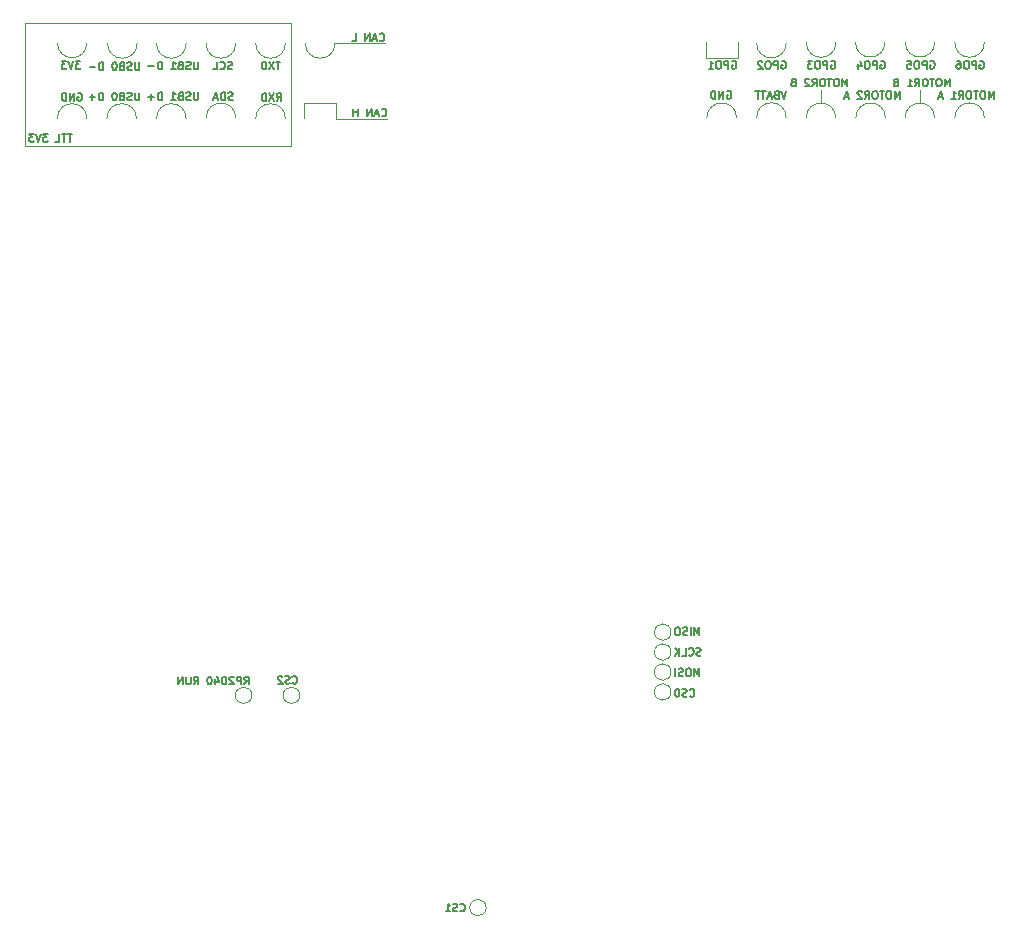
<source format=gbr>
%TF.GenerationSoftware,KiCad,Pcbnew,(6.0.2)*%
%TF.CreationDate,2022-05-10T14:48:36-06:00*%
%TF.ProjectId,CONEPROJ,434f4e45-5052-44f4-9a2e-6b696361645f,rev?*%
%TF.SameCoordinates,Original*%
%TF.FileFunction,Legend,Bot*%
%TF.FilePolarity,Positive*%
%FSLAX46Y46*%
G04 Gerber Fmt 4.6, Leading zero omitted, Abs format (unit mm)*
G04 Created by KiCad (PCBNEW (6.0.2)) date 2022-05-10 14:48:36*
%MOMM*%
%LPD*%
G01*
G04 APERTURE LIST*
%ADD10C,0.120000*%
%ADD11C,0.150000*%
%ADD12C,0.990600*%
%ADD13O,1.000000X1.000000*%
%ADD14R,1.000000X1.000000*%
%ADD15R,2.056000X2.056000*%
%ADD16C,2.056000*%
%ADD17C,5.600000*%
%ADD18R,1.700000X1.700000*%
%ADD19O,1.700000X1.700000*%
%ADD20C,1.000000*%
G04 APERTURE END LIST*
D10*
X92400000Y-50150000D02*
X92410000Y-49060000D01*
X85380000Y-44950000D02*
X85380000Y-46300000D01*
X102030000Y-51400000D02*
G75*
G03*
X99530000Y-51400000I-1250000J0D01*
G01*
X47050000Y-51450000D02*
G75*
G03*
X44550000Y-51450000I-1250000J0D01*
G01*
X42850000Y-51400000D02*
G75*
G03*
X40350000Y-51400000I-1250000J0D01*
G01*
X48750000Y-45100000D02*
G75*
G03*
X51250000Y-45100000I1250000J0D01*
G01*
X86960000Y-45070000D02*
G75*
G03*
X89460000Y-45070000I1250000J0D01*
G01*
X47520000Y-43370000D02*
X25010000Y-43370000D01*
X25010000Y-43370000D02*
X25010000Y-53750000D01*
X25010000Y-53750000D02*
X47520000Y-53750000D01*
X47520000Y-53750000D02*
X47520000Y-43370000D01*
X97860000Y-51400000D02*
G75*
G03*
X95360000Y-51400000I-1250000J0D01*
G01*
X89460000Y-51370000D02*
G75*
G03*
X86960000Y-51370000I-1250000J0D01*
G01*
X100800000Y-50150000D02*
X100800000Y-49050000D01*
X27750000Y-45050000D02*
G75*
G03*
X30250000Y-45050000I1250000J0D01*
G01*
X34450000Y-51450000D02*
G75*
G03*
X31950000Y-51450000I-1250000J0D01*
G01*
X51350000Y-51460000D02*
X55620000Y-51460000D01*
X51350000Y-50100000D02*
X51350000Y-51450000D01*
X44550000Y-45100000D02*
G75*
G03*
X47050000Y-45100000I1250000J0D01*
G01*
X48600000Y-51450000D02*
X48600000Y-50100000D01*
X38650000Y-51450000D02*
G75*
G03*
X36150000Y-51450000I-1250000J0D01*
G01*
X99540000Y-45000000D02*
G75*
G03*
X102040000Y-45000000I1250000J0D01*
G01*
X106240000Y-51390000D02*
G75*
G03*
X103740000Y-51390000I-1250000J0D01*
G01*
X93650000Y-51400000D02*
G75*
G03*
X91150000Y-51400000I-1250000J0D01*
G01*
X95320000Y-45000000D02*
G75*
G03*
X97820000Y-45000000I1250000J0D01*
G01*
X48600000Y-50100000D02*
X51350000Y-50100000D01*
X40350000Y-45100000D02*
G75*
G03*
X42850000Y-45100000I1250000J0D01*
G01*
X36150000Y-45100000D02*
G75*
G03*
X38650000Y-45100000I1250000J0D01*
G01*
X30250000Y-51450000D02*
G75*
G03*
X27750000Y-51450000I-1250000J0D01*
G01*
X103740000Y-45020000D02*
G75*
G03*
X106240000Y-45020000I1250000J0D01*
G01*
X32000000Y-45100000D02*
G75*
G03*
X34500000Y-45100000I1250000J0D01*
G01*
X82630000Y-46300000D02*
X82630000Y-44950000D01*
X91160000Y-45020000D02*
G75*
G03*
X93660000Y-45020000I1250000J0D01*
G01*
X85380000Y-46300000D02*
X82630000Y-46300000D01*
X51250000Y-45100000D02*
X55520000Y-45100000D01*
X85250000Y-51390000D02*
G75*
G03*
X82750000Y-51390000I-1250000J0D01*
G01*
D11*
X84864761Y-46625000D02*
X84926666Y-46594047D01*
X85019523Y-46594047D01*
X85112380Y-46625000D01*
X85174285Y-46686904D01*
X85205238Y-46748809D01*
X85236190Y-46872619D01*
X85236190Y-46965476D01*
X85205238Y-47089285D01*
X85174285Y-47151190D01*
X85112380Y-47213095D01*
X85019523Y-47244047D01*
X84957619Y-47244047D01*
X84864761Y-47213095D01*
X84833809Y-47182142D01*
X84833809Y-46965476D01*
X84957619Y-46965476D01*
X84555238Y-47244047D02*
X84555238Y-46594047D01*
X84307619Y-46594047D01*
X84245714Y-46625000D01*
X84214761Y-46655952D01*
X84183809Y-46717857D01*
X84183809Y-46810714D01*
X84214761Y-46872619D01*
X84245714Y-46903571D01*
X84307619Y-46934523D01*
X84555238Y-46934523D01*
X83781428Y-46594047D02*
X83657619Y-46594047D01*
X83595714Y-46625000D01*
X83533809Y-46686904D01*
X83502857Y-46810714D01*
X83502857Y-47027380D01*
X83533809Y-47151190D01*
X83595714Y-47213095D01*
X83657619Y-47244047D01*
X83781428Y-47244047D01*
X83843333Y-47213095D01*
X83905238Y-47151190D01*
X83936190Y-47027380D01*
X83936190Y-46810714D01*
X83905238Y-46686904D01*
X83843333Y-46625000D01*
X83781428Y-46594047D01*
X82883809Y-47244047D02*
X83255238Y-47244047D01*
X83069523Y-47244047D02*
X83069523Y-46594047D01*
X83131428Y-46686904D01*
X83193333Y-46748809D01*
X83255238Y-46779761D01*
X34688689Y-46694047D02*
X34688689Y-47220238D01*
X34657737Y-47282142D01*
X34626785Y-47313095D01*
X34564880Y-47344047D01*
X34441070Y-47344047D01*
X34379166Y-47313095D01*
X34348213Y-47282142D01*
X34317261Y-47220238D01*
X34317261Y-46694047D01*
X34038689Y-47313095D02*
X33945832Y-47344047D01*
X33791070Y-47344047D01*
X33729166Y-47313095D01*
X33698213Y-47282142D01*
X33667261Y-47220238D01*
X33667261Y-47158333D01*
X33698213Y-47096428D01*
X33729166Y-47065476D01*
X33791070Y-47034523D01*
X33914880Y-47003571D01*
X33976785Y-46972619D01*
X34007737Y-46941666D01*
X34038689Y-46879761D01*
X34038689Y-46817857D01*
X34007737Y-46755952D01*
X33976785Y-46725000D01*
X33914880Y-46694047D01*
X33760118Y-46694047D01*
X33667261Y-46725000D01*
X33172023Y-47003571D02*
X33079166Y-47034523D01*
X33048213Y-47065476D01*
X33017261Y-47127380D01*
X33017261Y-47220238D01*
X33048213Y-47282142D01*
X33079166Y-47313095D01*
X33141070Y-47344047D01*
X33388689Y-47344047D01*
X33388689Y-46694047D01*
X33172023Y-46694047D01*
X33110118Y-46725000D01*
X33079166Y-46755952D01*
X33048213Y-46817857D01*
X33048213Y-46879761D01*
X33079166Y-46941666D01*
X33110118Y-46972619D01*
X33172023Y-47003571D01*
X33388689Y-47003571D01*
X32614880Y-46694047D02*
X32552975Y-46694047D01*
X32491070Y-46725000D01*
X32460118Y-46755952D01*
X32429166Y-46817857D01*
X32398213Y-46941666D01*
X32398213Y-47096428D01*
X32429166Y-47220238D01*
X32460118Y-47282142D01*
X32491070Y-47313095D01*
X32552975Y-47344047D01*
X32614880Y-47344047D01*
X32676785Y-47313095D01*
X32707737Y-47282142D01*
X32738689Y-47220238D01*
X32769642Y-47096428D01*
X32769642Y-46941666D01*
X32738689Y-46817857D01*
X32707737Y-46755952D01*
X32676785Y-46725000D01*
X32614880Y-46694047D01*
X31624404Y-47344047D02*
X31624404Y-46694047D01*
X31469642Y-46694047D01*
X31376785Y-46725000D01*
X31314880Y-46786904D01*
X31283928Y-46848809D01*
X31252975Y-46972619D01*
X31252975Y-47065476D01*
X31283928Y-47189285D01*
X31314880Y-47251190D01*
X31376785Y-47313095D01*
X31469642Y-47344047D01*
X31624404Y-47344047D01*
X30974404Y-47096428D02*
X30479166Y-47096428D01*
X61877857Y-118512142D02*
X61908809Y-118543095D01*
X62001666Y-118574047D01*
X62063571Y-118574047D01*
X62156428Y-118543095D01*
X62218333Y-118481190D01*
X62249285Y-118419285D01*
X62280238Y-118295476D01*
X62280238Y-118202619D01*
X62249285Y-118078809D01*
X62218333Y-118016904D01*
X62156428Y-117955000D01*
X62063571Y-117924047D01*
X62001666Y-117924047D01*
X61908809Y-117955000D01*
X61877857Y-117985952D01*
X61630238Y-118543095D02*
X61537380Y-118574047D01*
X61382619Y-118574047D01*
X61320714Y-118543095D01*
X61289761Y-118512142D01*
X61258809Y-118450238D01*
X61258809Y-118388333D01*
X61289761Y-118326428D01*
X61320714Y-118295476D01*
X61382619Y-118264523D01*
X61506428Y-118233571D01*
X61568333Y-118202619D01*
X61599285Y-118171666D01*
X61630238Y-118109761D01*
X61630238Y-118047857D01*
X61599285Y-117985952D01*
X61568333Y-117955000D01*
X61506428Y-117924047D01*
X61351666Y-117924047D01*
X61258809Y-117955000D01*
X60639761Y-118574047D02*
X61011190Y-118574047D01*
X60825476Y-118574047D02*
X60825476Y-117924047D01*
X60887380Y-118016904D01*
X60949285Y-118078809D01*
X61011190Y-118109761D01*
X82235238Y-96893095D02*
X82142381Y-96924047D01*
X81987619Y-96924047D01*
X81925714Y-96893095D01*
X81894762Y-96862142D01*
X81863809Y-96800238D01*
X81863809Y-96738333D01*
X81894762Y-96676428D01*
X81925714Y-96645476D01*
X81987619Y-96614523D01*
X82111429Y-96583571D01*
X82173333Y-96552619D01*
X82204286Y-96521666D01*
X82235238Y-96459761D01*
X82235238Y-96397857D01*
X82204286Y-96335952D01*
X82173333Y-96305000D01*
X82111429Y-96274047D01*
X81956667Y-96274047D01*
X81863809Y-96305000D01*
X81213809Y-96862142D02*
X81244762Y-96893095D01*
X81337619Y-96924047D01*
X81399524Y-96924047D01*
X81492381Y-96893095D01*
X81554286Y-96831190D01*
X81585238Y-96769285D01*
X81616190Y-96645476D01*
X81616190Y-96552619D01*
X81585238Y-96428809D01*
X81554286Y-96366904D01*
X81492381Y-96305000D01*
X81399524Y-96274047D01*
X81337619Y-96274047D01*
X81244762Y-96305000D01*
X81213809Y-96335952D01*
X80625714Y-96924047D02*
X80935238Y-96924047D01*
X80935238Y-96274047D01*
X80409048Y-96924047D02*
X80409048Y-96274047D01*
X80037619Y-96924047D02*
X80316190Y-96552619D01*
X80037619Y-96274047D02*
X80409048Y-96645476D01*
X89485476Y-49124047D02*
X89268809Y-49774047D01*
X89052142Y-49124047D01*
X88618809Y-49433571D02*
X88525952Y-49464523D01*
X88495000Y-49495476D01*
X88464047Y-49557380D01*
X88464047Y-49650238D01*
X88495000Y-49712142D01*
X88525952Y-49743095D01*
X88587857Y-49774047D01*
X88835476Y-49774047D01*
X88835476Y-49124047D01*
X88618809Y-49124047D01*
X88556904Y-49155000D01*
X88525952Y-49185952D01*
X88495000Y-49247857D01*
X88495000Y-49309761D01*
X88525952Y-49371666D01*
X88556904Y-49402619D01*
X88618809Y-49433571D01*
X88835476Y-49433571D01*
X88216428Y-49588333D02*
X87906904Y-49588333D01*
X88278333Y-49774047D02*
X88061666Y-49124047D01*
X87845000Y-49774047D01*
X87721190Y-49124047D02*
X87349761Y-49124047D01*
X87535476Y-49774047D02*
X87535476Y-49124047D01*
X87225952Y-49124047D02*
X86854523Y-49124047D01*
X87040238Y-49774047D02*
X87040238Y-49124047D01*
X46620238Y-46634047D02*
X46248809Y-46634047D01*
X46434523Y-47284047D02*
X46434523Y-46634047D01*
X46094047Y-46634047D02*
X45660714Y-47284047D01*
X45660714Y-46634047D02*
X46094047Y-47284047D01*
X45413095Y-47284047D02*
X45413095Y-46634047D01*
X45258333Y-46634047D01*
X45165476Y-46665000D01*
X45103571Y-46726904D01*
X45072619Y-46788809D01*
X45041666Y-46912619D01*
X45041666Y-47005476D01*
X45072619Y-47129285D01*
X45103571Y-47191190D01*
X45165476Y-47253095D01*
X45258333Y-47284047D01*
X45413095Y-47284047D01*
X103322380Y-48734047D02*
X103322380Y-48084047D01*
X103105714Y-48548333D01*
X102889047Y-48084047D01*
X102889047Y-48734047D01*
X102455714Y-48084047D02*
X102331904Y-48084047D01*
X102270000Y-48115000D01*
X102208095Y-48176904D01*
X102177142Y-48300714D01*
X102177142Y-48517380D01*
X102208095Y-48641190D01*
X102270000Y-48703095D01*
X102331904Y-48734047D01*
X102455714Y-48734047D01*
X102517619Y-48703095D01*
X102579523Y-48641190D01*
X102610476Y-48517380D01*
X102610476Y-48300714D01*
X102579523Y-48176904D01*
X102517619Y-48115000D01*
X102455714Y-48084047D01*
X101991428Y-48084047D02*
X101620000Y-48084047D01*
X101805714Y-48734047D02*
X101805714Y-48084047D01*
X101279523Y-48084047D02*
X101155714Y-48084047D01*
X101093809Y-48115000D01*
X101031904Y-48176904D01*
X101000952Y-48300714D01*
X101000952Y-48517380D01*
X101031904Y-48641190D01*
X101093809Y-48703095D01*
X101155714Y-48734047D01*
X101279523Y-48734047D01*
X101341428Y-48703095D01*
X101403333Y-48641190D01*
X101434285Y-48517380D01*
X101434285Y-48300714D01*
X101403333Y-48176904D01*
X101341428Y-48115000D01*
X101279523Y-48084047D01*
X100350952Y-48734047D02*
X100567619Y-48424523D01*
X100722380Y-48734047D02*
X100722380Y-48084047D01*
X100474761Y-48084047D01*
X100412857Y-48115000D01*
X100381904Y-48145952D01*
X100350952Y-48207857D01*
X100350952Y-48300714D01*
X100381904Y-48362619D01*
X100412857Y-48393571D01*
X100474761Y-48424523D01*
X100722380Y-48424523D01*
X99731904Y-48734047D02*
X100103333Y-48734047D01*
X99917619Y-48734047D02*
X99917619Y-48084047D01*
X99979523Y-48176904D01*
X100041428Y-48238809D01*
X100103333Y-48269761D01*
X98741428Y-48393571D02*
X98648571Y-48424523D01*
X98617619Y-48455476D01*
X98586666Y-48517380D01*
X98586666Y-48610238D01*
X98617619Y-48672142D01*
X98648571Y-48703095D01*
X98710476Y-48734047D01*
X98958095Y-48734047D01*
X98958095Y-48084047D01*
X98741428Y-48084047D01*
X98679523Y-48115000D01*
X98648571Y-48145952D01*
X98617619Y-48207857D01*
X98617619Y-48269761D01*
X98648571Y-48331666D01*
X98679523Y-48362619D01*
X98741428Y-48393571D01*
X98958095Y-48393571D01*
X84445238Y-49165000D02*
X84507142Y-49134047D01*
X84600000Y-49134047D01*
X84692857Y-49165000D01*
X84754761Y-49226904D01*
X84785714Y-49288809D01*
X84816666Y-49412619D01*
X84816666Y-49505476D01*
X84785714Y-49629285D01*
X84754761Y-49691190D01*
X84692857Y-49753095D01*
X84600000Y-49784047D01*
X84538095Y-49784047D01*
X84445238Y-49753095D01*
X84414285Y-49722142D01*
X84414285Y-49505476D01*
X84538095Y-49505476D01*
X84135714Y-49784047D02*
X84135714Y-49134047D01*
X83764285Y-49784047D01*
X83764285Y-49134047D01*
X83454761Y-49784047D02*
X83454761Y-49134047D01*
X83300000Y-49134047D01*
X83207142Y-49165000D01*
X83145238Y-49226904D01*
X83114285Y-49288809D01*
X83083333Y-49412619D01*
X83083333Y-49505476D01*
X83114285Y-49629285D01*
X83145238Y-49691190D01*
X83207142Y-49753095D01*
X83300000Y-49784047D01*
X83454761Y-49784047D01*
X42562321Y-47253095D02*
X42469464Y-47284047D01*
X42314702Y-47284047D01*
X42252797Y-47253095D01*
X42221845Y-47222142D01*
X42190892Y-47160238D01*
X42190892Y-47098333D01*
X42221845Y-47036428D01*
X42252797Y-47005476D01*
X42314702Y-46974523D01*
X42438512Y-46943571D01*
X42500416Y-46912619D01*
X42531369Y-46881666D01*
X42562321Y-46819761D01*
X42562321Y-46757857D01*
X42531369Y-46695952D01*
X42500416Y-46665000D01*
X42438512Y-46634047D01*
X42283750Y-46634047D01*
X42190892Y-46665000D01*
X41540892Y-47222142D02*
X41571845Y-47253095D01*
X41664702Y-47284047D01*
X41726607Y-47284047D01*
X41819464Y-47253095D01*
X41881369Y-47191190D01*
X41912321Y-47129285D01*
X41943273Y-47005476D01*
X41943273Y-46912619D01*
X41912321Y-46788809D01*
X41881369Y-46726904D01*
X41819464Y-46665000D01*
X41726607Y-46634047D01*
X41664702Y-46634047D01*
X41571845Y-46665000D01*
X41540892Y-46695952D01*
X40952797Y-47284047D02*
X41262321Y-47284047D01*
X41262321Y-46634047D01*
X101656761Y-46625000D02*
X101718666Y-46594047D01*
X101811523Y-46594047D01*
X101904380Y-46625000D01*
X101966285Y-46686904D01*
X101997238Y-46748809D01*
X102028190Y-46872619D01*
X102028190Y-46965476D01*
X101997238Y-47089285D01*
X101966285Y-47151190D01*
X101904380Y-47213095D01*
X101811523Y-47244047D01*
X101749619Y-47244047D01*
X101656761Y-47213095D01*
X101625809Y-47182142D01*
X101625809Y-46965476D01*
X101749619Y-46965476D01*
X101347238Y-47244047D02*
X101347238Y-46594047D01*
X101099619Y-46594047D01*
X101037714Y-46625000D01*
X101006761Y-46655952D01*
X100975809Y-46717857D01*
X100975809Y-46810714D01*
X101006761Y-46872619D01*
X101037714Y-46903571D01*
X101099619Y-46934523D01*
X101347238Y-46934523D01*
X100573428Y-46594047D02*
X100449619Y-46594047D01*
X100387714Y-46625000D01*
X100325809Y-46686904D01*
X100294857Y-46810714D01*
X100294857Y-47027380D01*
X100325809Y-47151190D01*
X100387714Y-47213095D01*
X100449619Y-47244047D01*
X100573428Y-47244047D01*
X100635333Y-47213095D01*
X100697238Y-47151190D01*
X100728190Y-47027380D01*
X100728190Y-46810714D01*
X100697238Y-46686904D01*
X100635333Y-46625000D01*
X100573428Y-46594047D01*
X99706761Y-46594047D02*
X100016285Y-46594047D01*
X100047238Y-46903571D01*
X100016285Y-46872619D01*
X99954380Y-46841666D01*
X99799619Y-46841666D01*
X99737714Y-46872619D01*
X99706761Y-46903571D01*
X99675809Y-46965476D01*
X99675809Y-47120238D01*
X99706761Y-47182142D01*
X99737714Y-47213095D01*
X99799619Y-47244047D01*
X99954380Y-47244047D01*
X100016285Y-47213095D01*
X100047238Y-47182142D01*
X34688689Y-49254047D02*
X34688689Y-49780238D01*
X34657737Y-49842142D01*
X34626785Y-49873095D01*
X34564880Y-49904047D01*
X34441070Y-49904047D01*
X34379166Y-49873095D01*
X34348213Y-49842142D01*
X34317261Y-49780238D01*
X34317261Y-49254047D01*
X34038689Y-49873095D02*
X33945832Y-49904047D01*
X33791070Y-49904047D01*
X33729166Y-49873095D01*
X33698213Y-49842142D01*
X33667261Y-49780238D01*
X33667261Y-49718333D01*
X33698213Y-49656428D01*
X33729166Y-49625476D01*
X33791070Y-49594523D01*
X33914880Y-49563571D01*
X33976785Y-49532619D01*
X34007737Y-49501666D01*
X34038689Y-49439761D01*
X34038689Y-49377857D01*
X34007737Y-49315952D01*
X33976785Y-49285000D01*
X33914880Y-49254047D01*
X33760118Y-49254047D01*
X33667261Y-49285000D01*
X33172023Y-49563571D02*
X33079166Y-49594523D01*
X33048213Y-49625476D01*
X33017261Y-49687380D01*
X33017261Y-49780238D01*
X33048213Y-49842142D01*
X33079166Y-49873095D01*
X33141070Y-49904047D01*
X33388689Y-49904047D01*
X33388689Y-49254047D01*
X33172023Y-49254047D01*
X33110118Y-49285000D01*
X33079166Y-49315952D01*
X33048213Y-49377857D01*
X33048213Y-49439761D01*
X33079166Y-49501666D01*
X33110118Y-49532619D01*
X33172023Y-49563571D01*
X33388689Y-49563571D01*
X32614880Y-49254047D02*
X32552975Y-49254047D01*
X32491070Y-49285000D01*
X32460118Y-49315952D01*
X32429166Y-49377857D01*
X32398213Y-49501666D01*
X32398213Y-49656428D01*
X32429166Y-49780238D01*
X32460118Y-49842142D01*
X32491070Y-49873095D01*
X32552975Y-49904047D01*
X32614880Y-49904047D01*
X32676785Y-49873095D01*
X32707737Y-49842142D01*
X32738689Y-49780238D01*
X32769642Y-49656428D01*
X32769642Y-49501666D01*
X32738689Y-49377857D01*
X32707737Y-49315952D01*
X32676785Y-49285000D01*
X32614880Y-49254047D01*
X31624404Y-49904047D02*
X31624404Y-49254047D01*
X31469642Y-49254047D01*
X31376785Y-49285000D01*
X31314880Y-49346904D01*
X31283928Y-49408809D01*
X31252975Y-49532619D01*
X31252975Y-49625476D01*
X31283928Y-49749285D01*
X31314880Y-49811190D01*
X31376785Y-49873095D01*
X31469642Y-49904047D01*
X31624404Y-49904047D01*
X30974404Y-49656428D02*
X30479166Y-49656428D01*
X30726785Y-49904047D02*
X30726785Y-49408809D01*
X99085952Y-49784047D02*
X99085952Y-49134047D01*
X98869285Y-49598333D01*
X98652619Y-49134047D01*
X98652619Y-49784047D01*
X98219285Y-49134047D02*
X98095476Y-49134047D01*
X98033571Y-49165000D01*
X97971666Y-49226904D01*
X97940714Y-49350714D01*
X97940714Y-49567380D01*
X97971666Y-49691190D01*
X98033571Y-49753095D01*
X98095476Y-49784047D01*
X98219285Y-49784047D01*
X98281190Y-49753095D01*
X98343095Y-49691190D01*
X98374047Y-49567380D01*
X98374047Y-49350714D01*
X98343095Y-49226904D01*
X98281190Y-49165000D01*
X98219285Y-49134047D01*
X97755000Y-49134047D02*
X97383571Y-49134047D01*
X97569285Y-49784047D02*
X97569285Y-49134047D01*
X97043095Y-49134047D02*
X96919285Y-49134047D01*
X96857380Y-49165000D01*
X96795476Y-49226904D01*
X96764523Y-49350714D01*
X96764523Y-49567380D01*
X96795476Y-49691190D01*
X96857380Y-49753095D01*
X96919285Y-49784047D01*
X97043095Y-49784047D01*
X97105000Y-49753095D01*
X97166904Y-49691190D01*
X97197857Y-49567380D01*
X97197857Y-49350714D01*
X97166904Y-49226904D01*
X97105000Y-49165000D01*
X97043095Y-49134047D01*
X96114523Y-49784047D02*
X96331190Y-49474523D01*
X96485952Y-49784047D02*
X96485952Y-49134047D01*
X96238333Y-49134047D01*
X96176428Y-49165000D01*
X96145476Y-49195952D01*
X96114523Y-49257857D01*
X96114523Y-49350714D01*
X96145476Y-49412619D01*
X96176428Y-49443571D01*
X96238333Y-49474523D01*
X96485952Y-49474523D01*
X95866904Y-49195952D02*
X95835952Y-49165000D01*
X95774047Y-49134047D01*
X95619285Y-49134047D01*
X95557380Y-49165000D01*
X95526428Y-49195952D01*
X95495476Y-49257857D01*
X95495476Y-49319761D01*
X95526428Y-49412619D01*
X95897857Y-49784047D01*
X95495476Y-49784047D01*
X94752619Y-49598333D02*
X94443095Y-49598333D01*
X94814523Y-49784047D02*
X94597857Y-49134047D01*
X94381190Y-49784047D01*
X39674404Y-46634047D02*
X39674404Y-47160238D01*
X39643452Y-47222142D01*
X39612500Y-47253095D01*
X39550595Y-47284047D01*
X39426785Y-47284047D01*
X39364881Y-47253095D01*
X39333928Y-47222142D01*
X39302976Y-47160238D01*
X39302976Y-46634047D01*
X39024404Y-47253095D02*
X38931547Y-47284047D01*
X38776785Y-47284047D01*
X38714881Y-47253095D01*
X38683928Y-47222142D01*
X38652976Y-47160238D01*
X38652976Y-47098333D01*
X38683928Y-47036428D01*
X38714881Y-47005476D01*
X38776785Y-46974523D01*
X38900595Y-46943571D01*
X38962500Y-46912619D01*
X38993452Y-46881666D01*
X39024404Y-46819761D01*
X39024404Y-46757857D01*
X38993452Y-46695952D01*
X38962500Y-46665000D01*
X38900595Y-46634047D01*
X38745833Y-46634047D01*
X38652976Y-46665000D01*
X38157738Y-46943571D02*
X38064881Y-46974523D01*
X38033928Y-47005476D01*
X38002976Y-47067380D01*
X38002976Y-47160238D01*
X38033928Y-47222142D01*
X38064881Y-47253095D01*
X38126785Y-47284047D01*
X38374404Y-47284047D01*
X38374404Y-46634047D01*
X38157738Y-46634047D01*
X38095833Y-46665000D01*
X38064881Y-46695952D01*
X38033928Y-46757857D01*
X38033928Y-46819761D01*
X38064881Y-46881666D01*
X38095833Y-46912619D01*
X38157738Y-46943571D01*
X38374404Y-46943571D01*
X37383928Y-47284047D02*
X37755357Y-47284047D01*
X37569643Y-47284047D02*
X37569643Y-46634047D01*
X37631547Y-46726904D01*
X37693452Y-46788809D01*
X37755357Y-46819761D01*
X36610119Y-47284047D02*
X36610119Y-46634047D01*
X36455357Y-46634047D01*
X36362500Y-46665000D01*
X36300595Y-46726904D01*
X36269643Y-46788809D01*
X36238690Y-46912619D01*
X36238690Y-47005476D01*
X36269643Y-47129285D01*
X36300595Y-47191190D01*
X36362500Y-47253095D01*
X36455357Y-47284047D01*
X36610119Y-47284047D01*
X35960119Y-47036428D02*
X35464881Y-47036428D01*
X94632380Y-48734047D02*
X94632380Y-48084047D01*
X94415714Y-48548333D01*
X94199047Y-48084047D01*
X94199047Y-48734047D01*
X93765714Y-48084047D02*
X93641904Y-48084047D01*
X93580000Y-48115000D01*
X93518095Y-48176904D01*
X93487142Y-48300714D01*
X93487142Y-48517380D01*
X93518095Y-48641190D01*
X93580000Y-48703095D01*
X93641904Y-48734047D01*
X93765714Y-48734047D01*
X93827619Y-48703095D01*
X93889523Y-48641190D01*
X93920476Y-48517380D01*
X93920476Y-48300714D01*
X93889523Y-48176904D01*
X93827619Y-48115000D01*
X93765714Y-48084047D01*
X93301428Y-48084047D02*
X92930000Y-48084047D01*
X93115714Y-48734047D02*
X93115714Y-48084047D01*
X92589523Y-48084047D02*
X92465714Y-48084047D01*
X92403809Y-48115000D01*
X92341904Y-48176904D01*
X92310952Y-48300714D01*
X92310952Y-48517380D01*
X92341904Y-48641190D01*
X92403809Y-48703095D01*
X92465714Y-48734047D01*
X92589523Y-48734047D01*
X92651428Y-48703095D01*
X92713333Y-48641190D01*
X92744285Y-48517380D01*
X92744285Y-48300714D01*
X92713333Y-48176904D01*
X92651428Y-48115000D01*
X92589523Y-48084047D01*
X91660952Y-48734047D02*
X91877619Y-48424523D01*
X92032380Y-48734047D02*
X92032380Y-48084047D01*
X91784761Y-48084047D01*
X91722857Y-48115000D01*
X91691904Y-48145952D01*
X91660952Y-48207857D01*
X91660952Y-48300714D01*
X91691904Y-48362619D01*
X91722857Y-48393571D01*
X91784761Y-48424523D01*
X92032380Y-48424523D01*
X91413333Y-48145952D02*
X91382380Y-48115000D01*
X91320476Y-48084047D01*
X91165714Y-48084047D01*
X91103809Y-48115000D01*
X91072857Y-48145952D01*
X91041904Y-48207857D01*
X91041904Y-48269761D01*
X91072857Y-48362619D01*
X91444285Y-48734047D01*
X91041904Y-48734047D01*
X90051428Y-48393571D02*
X89958571Y-48424523D01*
X89927619Y-48455476D01*
X89896666Y-48517380D01*
X89896666Y-48610238D01*
X89927619Y-48672142D01*
X89958571Y-48703095D01*
X90020476Y-48734047D01*
X90268095Y-48734047D01*
X90268095Y-48084047D01*
X90051428Y-48084047D01*
X89989523Y-48115000D01*
X89958571Y-48145952D01*
X89927619Y-48207857D01*
X89927619Y-48269761D01*
X89958571Y-48331666D01*
X89989523Y-48362619D01*
X90051428Y-48393571D01*
X90268095Y-48393571D01*
X39674404Y-49234047D02*
X39674404Y-49760238D01*
X39643452Y-49822142D01*
X39612500Y-49853095D01*
X39550595Y-49884047D01*
X39426785Y-49884047D01*
X39364881Y-49853095D01*
X39333928Y-49822142D01*
X39302976Y-49760238D01*
X39302976Y-49234047D01*
X39024404Y-49853095D02*
X38931547Y-49884047D01*
X38776785Y-49884047D01*
X38714881Y-49853095D01*
X38683928Y-49822142D01*
X38652976Y-49760238D01*
X38652976Y-49698333D01*
X38683928Y-49636428D01*
X38714881Y-49605476D01*
X38776785Y-49574523D01*
X38900595Y-49543571D01*
X38962500Y-49512619D01*
X38993452Y-49481666D01*
X39024404Y-49419761D01*
X39024404Y-49357857D01*
X38993452Y-49295952D01*
X38962500Y-49265000D01*
X38900595Y-49234047D01*
X38745833Y-49234047D01*
X38652976Y-49265000D01*
X38157738Y-49543571D02*
X38064881Y-49574523D01*
X38033928Y-49605476D01*
X38002976Y-49667380D01*
X38002976Y-49760238D01*
X38033928Y-49822142D01*
X38064881Y-49853095D01*
X38126785Y-49884047D01*
X38374404Y-49884047D01*
X38374404Y-49234047D01*
X38157738Y-49234047D01*
X38095833Y-49265000D01*
X38064881Y-49295952D01*
X38033928Y-49357857D01*
X38033928Y-49419761D01*
X38064881Y-49481666D01*
X38095833Y-49512619D01*
X38157738Y-49543571D01*
X38374404Y-49543571D01*
X37383928Y-49884047D02*
X37755357Y-49884047D01*
X37569643Y-49884047D02*
X37569643Y-49234047D01*
X37631547Y-49326904D01*
X37693452Y-49388809D01*
X37755357Y-49419761D01*
X36610119Y-49884047D02*
X36610119Y-49234047D01*
X36455357Y-49234047D01*
X36362500Y-49265000D01*
X36300595Y-49326904D01*
X36269643Y-49388809D01*
X36238690Y-49512619D01*
X36238690Y-49605476D01*
X36269643Y-49729285D01*
X36300595Y-49791190D01*
X36362500Y-49853095D01*
X36455357Y-49884047D01*
X36610119Y-49884047D01*
X35960119Y-49636428D02*
X35464881Y-49636428D01*
X35712500Y-49884047D02*
X35712500Y-49388809D01*
X43585476Y-99364047D02*
X43802142Y-99054523D01*
X43956904Y-99364047D02*
X43956904Y-98714047D01*
X43709285Y-98714047D01*
X43647380Y-98745000D01*
X43616428Y-98775952D01*
X43585476Y-98837857D01*
X43585476Y-98930714D01*
X43616428Y-98992619D01*
X43647380Y-99023571D01*
X43709285Y-99054523D01*
X43956904Y-99054523D01*
X43306904Y-99364047D02*
X43306904Y-98714047D01*
X43059285Y-98714047D01*
X42997380Y-98745000D01*
X42966428Y-98775952D01*
X42935476Y-98837857D01*
X42935476Y-98930714D01*
X42966428Y-98992619D01*
X42997380Y-99023571D01*
X43059285Y-99054523D01*
X43306904Y-99054523D01*
X42687857Y-98775952D02*
X42656904Y-98745000D01*
X42595000Y-98714047D01*
X42440238Y-98714047D01*
X42378333Y-98745000D01*
X42347380Y-98775952D01*
X42316428Y-98837857D01*
X42316428Y-98899761D01*
X42347380Y-98992619D01*
X42718809Y-99364047D01*
X42316428Y-99364047D01*
X41914047Y-98714047D02*
X41852142Y-98714047D01*
X41790238Y-98745000D01*
X41759285Y-98775952D01*
X41728333Y-98837857D01*
X41697380Y-98961666D01*
X41697380Y-99116428D01*
X41728333Y-99240238D01*
X41759285Y-99302142D01*
X41790238Y-99333095D01*
X41852142Y-99364047D01*
X41914047Y-99364047D01*
X41975952Y-99333095D01*
X42006904Y-99302142D01*
X42037857Y-99240238D01*
X42068809Y-99116428D01*
X42068809Y-98961666D01*
X42037857Y-98837857D01*
X42006904Y-98775952D01*
X41975952Y-98745000D01*
X41914047Y-98714047D01*
X41140238Y-98930714D02*
X41140238Y-99364047D01*
X41295000Y-98683095D02*
X41449761Y-99147380D01*
X41047380Y-99147380D01*
X40675952Y-98714047D02*
X40614047Y-98714047D01*
X40552142Y-98745000D01*
X40521190Y-98775952D01*
X40490238Y-98837857D01*
X40459285Y-98961666D01*
X40459285Y-99116428D01*
X40490238Y-99240238D01*
X40521190Y-99302142D01*
X40552142Y-99333095D01*
X40614047Y-99364047D01*
X40675952Y-99364047D01*
X40737857Y-99333095D01*
X40768809Y-99302142D01*
X40799761Y-99240238D01*
X40830714Y-99116428D01*
X40830714Y-98961666D01*
X40799761Y-98837857D01*
X40768809Y-98775952D01*
X40737857Y-98745000D01*
X40675952Y-98714047D01*
X39314047Y-99364047D02*
X39530714Y-99054523D01*
X39685476Y-99364047D02*
X39685476Y-98714047D01*
X39437857Y-98714047D01*
X39375952Y-98745000D01*
X39345000Y-98775952D01*
X39314047Y-98837857D01*
X39314047Y-98930714D01*
X39345000Y-98992619D01*
X39375952Y-99023571D01*
X39437857Y-99054523D01*
X39685476Y-99054523D01*
X39035476Y-98714047D02*
X39035476Y-99240238D01*
X39004523Y-99302142D01*
X38973571Y-99333095D01*
X38911666Y-99364047D01*
X38787857Y-99364047D01*
X38725952Y-99333095D01*
X38695000Y-99302142D01*
X38664047Y-99240238D01*
X38664047Y-98714047D01*
X38354523Y-99364047D02*
X38354523Y-98714047D01*
X37983095Y-99364047D01*
X37983095Y-98714047D01*
X93260761Y-46625000D02*
X93322666Y-46594047D01*
X93415523Y-46594047D01*
X93508380Y-46625000D01*
X93570285Y-46686904D01*
X93601238Y-46748809D01*
X93632190Y-46872619D01*
X93632190Y-46965476D01*
X93601238Y-47089285D01*
X93570285Y-47151190D01*
X93508380Y-47213095D01*
X93415523Y-47244047D01*
X93353619Y-47244047D01*
X93260761Y-47213095D01*
X93229809Y-47182142D01*
X93229809Y-46965476D01*
X93353619Y-46965476D01*
X92951238Y-47244047D02*
X92951238Y-46594047D01*
X92703619Y-46594047D01*
X92641714Y-46625000D01*
X92610761Y-46655952D01*
X92579809Y-46717857D01*
X92579809Y-46810714D01*
X92610761Y-46872619D01*
X92641714Y-46903571D01*
X92703619Y-46934523D01*
X92951238Y-46934523D01*
X92177428Y-46594047D02*
X92053619Y-46594047D01*
X91991714Y-46625000D01*
X91929809Y-46686904D01*
X91898857Y-46810714D01*
X91898857Y-47027380D01*
X91929809Y-47151190D01*
X91991714Y-47213095D01*
X92053619Y-47244047D01*
X92177428Y-47244047D01*
X92239333Y-47213095D01*
X92301238Y-47151190D01*
X92332190Y-47027380D01*
X92332190Y-46810714D01*
X92301238Y-46686904D01*
X92239333Y-46625000D01*
X92177428Y-46594047D01*
X91682190Y-46594047D02*
X91279809Y-46594047D01*
X91496476Y-46841666D01*
X91403619Y-46841666D01*
X91341714Y-46872619D01*
X91310761Y-46903571D01*
X91279809Y-46965476D01*
X91279809Y-47120238D01*
X91310761Y-47182142D01*
X91341714Y-47213095D01*
X91403619Y-47244047D01*
X91589333Y-47244047D01*
X91651238Y-47213095D01*
X91682190Y-47182142D01*
X55195952Y-51212142D02*
X55226904Y-51243095D01*
X55319761Y-51274047D01*
X55381666Y-51274047D01*
X55474523Y-51243095D01*
X55536428Y-51181190D01*
X55567380Y-51119285D01*
X55598333Y-50995476D01*
X55598333Y-50902619D01*
X55567380Y-50778809D01*
X55536428Y-50716904D01*
X55474523Y-50655000D01*
X55381666Y-50624047D01*
X55319761Y-50624047D01*
X55226904Y-50655000D01*
X55195952Y-50685952D01*
X54948333Y-51088333D02*
X54638809Y-51088333D01*
X55010238Y-51274047D02*
X54793571Y-50624047D01*
X54576904Y-51274047D01*
X54360238Y-51274047D02*
X54360238Y-50624047D01*
X53988809Y-51274047D01*
X53988809Y-50624047D01*
X53184047Y-51274047D02*
X53184047Y-50624047D01*
X53184047Y-50933571D02*
X52812619Y-50933571D01*
X52812619Y-51274047D02*
X52812619Y-50624047D01*
X42593273Y-49853095D02*
X42500416Y-49884047D01*
X42345654Y-49884047D01*
X42283749Y-49853095D01*
X42252797Y-49822142D01*
X42221845Y-49760238D01*
X42221845Y-49698333D01*
X42252797Y-49636428D01*
X42283749Y-49605476D01*
X42345654Y-49574523D01*
X42469464Y-49543571D01*
X42531368Y-49512619D01*
X42562321Y-49481666D01*
X42593273Y-49419761D01*
X42593273Y-49357857D01*
X42562321Y-49295952D01*
X42531368Y-49265000D01*
X42469464Y-49234047D01*
X42314702Y-49234047D01*
X42221845Y-49265000D01*
X41943273Y-49884047D02*
X41943273Y-49234047D01*
X41788511Y-49234047D01*
X41695654Y-49265000D01*
X41633749Y-49326904D01*
X41602797Y-49388809D01*
X41571845Y-49512619D01*
X41571845Y-49605476D01*
X41602797Y-49729285D01*
X41633749Y-49791190D01*
X41695654Y-49853095D01*
X41788511Y-49884047D01*
X41943273Y-49884047D01*
X41324226Y-49698333D02*
X41014702Y-49698333D01*
X41386130Y-49884047D02*
X41169464Y-49234047D01*
X40952797Y-49884047D01*
X107035952Y-49784047D02*
X107035952Y-49134047D01*
X106819285Y-49598333D01*
X106602619Y-49134047D01*
X106602619Y-49784047D01*
X106169285Y-49134047D02*
X106045476Y-49134047D01*
X105983571Y-49165000D01*
X105921666Y-49226904D01*
X105890714Y-49350714D01*
X105890714Y-49567380D01*
X105921666Y-49691190D01*
X105983571Y-49753095D01*
X106045476Y-49784047D01*
X106169285Y-49784047D01*
X106231190Y-49753095D01*
X106293095Y-49691190D01*
X106324047Y-49567380D01*
X106324047Y-49350714D01*
X106293095Y-49226904D01*
X106231190Y-49165000D01*
X106169285Y-49134047D01*
X105705000Y-49134047D02*
X105333571Y-49134047D01*
X105519285Y-49784047D02*
X105519285Y-49134047D01*
X104993095Y-49134047D02*
X104869285Y-49134047D01*
X104807380Y-49165000D01*
X104745476Y-49226904D01*
X104714523Y-49350714D01*
X104714523Y-49567380D01*
X104745476Y-49691190D01*
X104807380Y-49753095D01*
X104869285Y-49784047D01*
X104993095Y-49784047D01*
X105055000Y-49753095D01*
X105116904Y-49691190D01*
X105147857Y-49567380D01*
X105147857Y-49350714D01*
X105116904Y-49226904D01*
X105055000Y-49165000D01*
X104993095Y-49134047D01*
X104064523Y-49784047D02*
X104281190Y-49474523D01*
X104435952Y-49784047D02*
X104435952Y-49134047D01*
X104188333Y-49134047D01*
X104126428Y-49165000D01*
X104095476Y-49195952D01*
X104064523Y-49257857D01*
X104064523Y-49350714D01*
X104095476Y-49412619D01*
X104126428Y-49443571D01*
X104188333Y-49474523D01*
X104435952Y-49474523D01*
X103445476Y-49784047D02*
X103816904Y-49784047D01*
X103631190Y-49784047D02*
X103631190Y-49134047D01*
X103693095Y-49226904D01*
X103755000Y-49288809D01*
X103816904Y-49319761D01*
X102702619Y-49598333D02*
X102393095Y-49598333D01*
X102764523Y-49784047D02*
X102547857Y-49134047D01*
X102331190Y-49784047D01*
X28981666Y-52774047D02*
X28610238Y-52774047D01*
X28795952Y-53424047D02*
X28795952Y-52774047D01*
X28486428Y-52774047D02*
X28115000Y-52774047D01*
X28300714Y-53424047D02*
X28300714Y-52774047D01*
X27588809Y-53424047D02*
X27898333Y-53424047D01*
X27898333Y-52774047D01*
X26938809Y-52774047D02*
X26536428Y-52774047D01*
X26753095Y-53021666D01*
X26660238Y-53021666D01*
X26598333Y-53052619D01*
X26567380Y-53083571D01*
X26536428Y-53145476D01*
X26536428Y-53300238D01*
X26567380Y-53362142D01*
X26598333Y-53393095D01*
X26660238Y-53424047D01*
X26845952Y-53424047D01*
X26907857Y-53393095D01*
X26938809Y-53362142D01*
X26350714Y-52774047D02*
X26134047Y-53424047D01*
X25917380Y-52774047D01*
X25762619Y-52774047D02*
X25360238Y-52774047D01*
X25576904Y-53021666D01*
X25484047Y-53021666D01*
X25422142Y-53052619D01*
X25391190Y-53083571D01*
X25360238Y-53145476D01*
X25360238Y-53300238D01*
X25391190Y-53362142D01*
X25422142Y-53393095D01*
X25484047Y-53424047D01*
X25669761Y-53424047D01*
X25731666Y-53393095D01*
X25762619Y-53362142D01*
X55038571Y-44822142D02*
X55069523Y-44853095D01*
X55162380Y-44884047D01*
X55224285Y-44884047D01*
X55317142Y-44853095D01*
X55379047Y-44791190D01*
X55410000Y-44729285D01*
X55440952Y-44605476D01*
X55440952Y-44512619D01*
X55410000Y-44388809D01*
X55379047Y-44326904D01*
X55317142Y-44265000D01*
X55224285Y-44234047D01*
X55162380Y-44234047D01*
X55069523Y-44265000D01*
X55038571Y-44295952D01*
X54790952Y-44698333D02*
X54481428Y-44698333D01*
X54852857Y-44884047D02*
X54636190Y-44234047D01*
X54419523Y-44884047D01*
X54202857Y-44884047D02*
X54202857Y-44234047D01*
X53831428Y-44884047D01*
X53831428Y-44234047D01*
X52717142Y-44884047D02*
X53026666Y-44884047D01*
X53026666Y-44234047D01*
X46310714Y-49984047D02*
X46527381Y-49674523D01*
X46682142Y-49984047D02*
X46682142Y-49334047D01*
X46434523Y-49334047D01*
X46372619Y-49365000D01*
X46341666Y-49395952D01*
X46310714Y-49457857D01*
X46310714Y-49550714D01*
X46341666Y-49612619D01*
X46372619Y-49643571D01*
X46434523Y-49674523D01*
X46682142Y-49674523D01*
X46094047Y-49334047D02*
X45660714Y-49984047D01*
X45660714Y-49334047D02*
X46094047Y-49984047D01*
X45413095Y-49984047D02*
X45413095Y-49334047D01*
X45258333Y-49334047D01*
X45165476Y-49365000D01*
X45103571Y-49426904D01*
X45072619Y-49488809D01*
X45041666Y-49612619D01*
X45041666Y-49705476D01*
X45072619Y-49829285D01*
X45103571Y-49891190D01*
X45165476Y-49953095D01*
X45258333Y-49984047D01*
X45413095Y-49984047D01*
X29691904Y-46614047D02*
X29289523Y-46614047D01*
X29506190Y-46861666D01*
X29413333Y-46861666D01*
X29351428Y-46892619D01*
X29320476Y-46923571D01*
X29289523Y-46985476D01*
X29289523Y-47140238D01*
X29320476Y-47202142D01*
X29351428Y-47233095D01*
X29413333Y-47264047D01*
X29599047Y-47264047D01*
X29660952Y-47233095D01*
X29691904Y-47202142D01*
X29103809Y-46614047D02*
X28887143Y-47264047D01*
X28670476Y-46614047D01*
X28515714Y-46614047D02*
X28113333Y-46614047D01*
X28330000Y-46861666D01*
X28237143Y-46861666D01*
X28175238Y-46892619D01*
X28144285Y-46923571D01*
X28113333Y-46985476D01*
X28113333Y-47140238D01*
X28144285Y-47202142D01*
X28175238Y-47233095D01*
X28237143Y-47264047D01*
X28422857Y-47264047D01*
X28484762Y-47233095D01*
X28515714Y-47202142D01*
X89062761Y-46625000D02*
X89124666Y-46594047D01*
X89217523Y-46594047D01*
X89310380Y-46625000D01*
X89372285Y-46686904D01*
X89403238Y-46748809D01*
X89434190Y-46872619D01*
X89434190Y-46965476D01*
X89403238Y-47089285D01*
X89372285Y-47151190D01*
X89310380Y-47213095D01*
X89217523Y-47244047D01*
X89155619Y-47244047D01*
X89062761Y-47213095D01*
X89031809Y-47182142D01*
X89031809Y-46965476D01*
X89155619Y-46965476D01*
X88753238Y-47244047D02*
X88753238Y-46594047D01*
X88505619Y-46594047D01*
X88443714Y-46625000D01*
X88412761Y-46655952D01*
X88381809Y-46717857D01*
X88381809Y-46810714D01*
X88412761Y-46872619D01*
X88443714Y-46903571D01*
X88505619Y-46934523D01*
X88753238Y-46934523D01*
X87979428Y-46594047D02*
X87855619Y-46594047D01*
X87793714Y-46625000D01*
X87731809Y-46686904D01*
X87700857Y-46810714D01*
X87700857Y-47027380D01*
X87731809Y-47151190D01*
X87793714Y-47213095D01*
X87855619Y-47244047D01*
X87979428Y-47244047D01*
X88041333Y-47213095D01*
X88103238Y-47151190D01*
X88134190Y-47027380D01*
X88134190Y-46810714D01*
X88103238Y-46686904D01*
X88041333Y-46625000D01*
X87979428Y-46594047D01*
X87453238Y-46655952D02*
X87422285Y-46625000D01*
X87360380Y-46594047D01*
X87205619Y-46594047D01*
X87143714Y-46625000D01*
X87112761Y-46655952D01*
X87081809Y-46717857D01*
X87081809Y-46779761D01*
X87112761Y-46872619D01*
X87484190Y-47244047D01*
X87081809Y-47244047D01*
X105854761Y-46625000D02*
X105916666Y-46594047D01*
X106009523Y-46594047D01*
X106102380Y-46625000D01*
X106164285Y-46686904D01*
X106195238Y-46748809D01*
X106226190Y-46872619D01*
X106226190Y-46965476D01*
X106195238Y-47089285D01*
X106164285Y-47151190D01*
X106102380Y-47213095D01*
X106009523Y-47244047D01*
X105947619Y-47244047D01*
X105854761Y-47213095D01*
X105823809Y-47182142D01*
X105823809Y-46965476D01*
X105947619Y-46965476D01*
X105545238Y-47244047D02*
X105545238Y-46594047D01*
X105297619Y-46594047D01*
X105235714Y-46625000D01*
X105204761Y-46655952D01*
X105173809Y-46717857D01*
X105173809Y-46810714D01*
X105204761Y-46872619D01*
X105235714Y-46903571D01*
X105297619Y-46934523D01*
X105545238Y-46934523D01*
X104771428Y-46594047D02*
X104647619Y-46594047D01*
X104585714Y-46625000D01*
X104523809Y-46686904D01*
X104492857Y-46810714D01*
X104492857Y-47027380D01*
X104523809Y-47151190D01*
X104585714Y-47213095D01*
X104647619Y-47244047D01*
X104771428Y-47244047D01*
X104833333Y-47213095D01*
X104895238Y-47151190D01*
X104926190Y-47027380D01*
X104926190Y-46810714D01*
X104895238Y-46686904D01*
X104833333Y-46625000D01*
X104771428Y-46594047D01*
X103935714Y-46594047D02*
X104059523Y-46594047D01*
X104121428Y-46625000D01*
X104152380Y-46655952D01*
X104214285Y-46748809D01*
X104245238Y-46872619D01*
X104245238Y-47120238D01*
X104214285Y-47182142D01*
X104183333Y-47213095D01*
X104121428Y-47244047D01*
X103997619Y-47244047D01*
X103935714Y-47213095D01*
X103904761Y-47182142D01*
X103873809Y-47120238D01*
X103873809Y-46965476D01*
X103904761Y-46903571D01*
X103935714Y-46872619D01*
X103997619Y-46841666D01*
X104121428Y-46841666D01*
X104183333Y-46872619D01*
X104214285Y-46903571D01*
X104245238Y-46965476D01*
X97458761Y-46625000D02*
X97520666Y-46594047D01*
X97613523Y-46594047D01*
X97706380Y-46625000D01*
X97768285Y-46686904D01*
X97799238Y-46748809D01*
X97830190Y-46872619D01*
X97830190Y-46965476D01*
X97799238Y-47089285D01*
X97768285Y-47151190D01*
X97706380Y-47213095D01*
X97613523Y-47244047D01*
X97551619Y-47244047D01*
X97458761Y-47213095D01*
X97427809Y-47182142D01*
X97427809Y-46965476D01*
X97551619Y-46965476D01*
X97149238Y-47244047D02*
X97149238Y-46594047D01*
X96901619Y-46594047D01*
X96839714Y-46625000D01*
X96808761Y-46655952D01*
X96777809Y-46717857D01*
X96777809Y-46810714D01*
X96808761Y-46872619D01*
X96839714Y-46903571D01*
X96901619Y-46934523D01*
X97149238Y-46934523D01*
X96375428Y-46594047D02*
X96251619Y-46594047D01*
X96189714Y-46625000D01*
X96127809Y-46686904D01*
X96096857Y-46810714D01*
X96096857Y-47027380D01*
X96127809Y-47151190D01*
X96189714Y-47213095D01*
X96251619Y-47244047D01*
X96375428Y-47244047D01*
X96437333Y-47213095D01*
X96499238Y-47151190D01*
X96530190Y-47027380D01*
X96530190Y-46810714D01*
X96499238Y-46686904D01*
X96437333Y-46625000D01*
X96375428Y-46594047D01*
X95539714Y-46810714D02*
X95539714Y-47244047D01*
X95694476Y-46563095D02*
X95849238Y-47027380D01*
X95446857Y-47027380D01*
X47657857Y-99242142D02*
X47688809Y-99273095D01*
X47781666Y-99304047D01*
X47843571Y-99304047D01*
X47936428Y-99273095D01*
X47998333Y-99211190D01*
X48029285Y-99149285D01*
X48060238Y-99025476D01*
X48060238Y-98932619D01*
X48029285Y-98808809D01*
X47998333Y-98746904D01*
X47936428Y-98685000D01*
X47843571Y-98654047D01*
X47781666Y-98654047D01*
X47688809Y-98685000D01*
X47657857Y-98715952D01*
X47410238Y-99273095D02*
X47317380Y-99304047D01*
X47162619Y-99304047D01*
X47100714Y-99273095D01*
X47069761Y-99242142D01*
X47038809Y-99180238D01*
X47038809Y-99118333D01*
X47069761Y-99056428D01*
X47100714Y-99025476D01*
X47162619Y-98994523D01*
X47286428Y-98963571D01*
X47348333Y-98932619D01*
X47379285Y-98901666D01*
X47410238Y-98839761D01*
X47410238Y-98777857D01*
X47379285Y-98715952D01*
X47348333Y-98685000D01*
X47286428Y-98654047D01*
X47131666Y-98654047D01*
X47038809Y-98685000D01*
X46791190Y-98715952D02*
X46760238Y-98685000D01*
X46698333Y-98654047D01*
X46543571Y-98654047D01*
X46481666Y-98685000D01*
X46450714Y-98715952D01*
X46419761Y-98777857D01*
X46419761Y-98839761D01*
X46450714Y-98932619D01*
X46822142Y-99304047D01*
X46419761Y-99304047D01*
X82111428Y-98664047D02*
X82111428Y-98014047D01*
X81894761Y-98478333D01*
X81678095Y-98014047D01*
X81678095Y-98664047D01*
X81244761Y-98014047D02*
X81120952Y-98014047D01*
X81059047Y-98045000D01*
X80997142Y-98106904D01*
X80966190Y-98230714D01*
X80966190Y-98447380D01*
X80997142Y-98571190D01*
X81059047Y-98633095D01*
X81120952Y-98664047D01*
X81244761Y-98664047D01*
X81306666Y-98633095D01*
X81368571Y-98571190D01*
X81399523Y-98447380D01*
X81399523Y-98230714D01*
X81368571Y-98106904D01*
X81306666Y-98045000D01*
X81244761Y-98014047D01*
X80718571Y-98633095D02*
X80625714Y-98664047D01*
X80470952Y-98664047D01*
X80409047Y-98633095D01*
X80378095Y-98602142D01*
X80347142Y-98540238D01*
X80347142Y-98478333D01*
X80378095Y-98416428D01*
X80409047Y-98385476D01*
X80470952Y-98354523D01*
X80594761Y-98323571D01*
X80656666Y-98292619D01*
X80687619Y-98261666D01*
X80718571Y-98199761D01*
X80718571Y-98137857D01*
X80687619Y-98075952D01*
X80656666Y-98045000D01*
X80594761Y-98014047D01*
X80440000Y-98014047D01*
X80347142Y-98045000D01*
X80068571Y-98664047D02*
X80068571Y-98014047D01*
X82111428Y-95184047D02*
X82111428Y-94534047D01*
X81894761Y-94998333D01*
X81678095Y-94534047D01*
X81678095Y-95184047D01*
X81368571Y-95184047D02*
X81368571Y-94534047D01*
X81090000Y-95153095D02*
X80997142Y-95184047D01*
X80842380Y-95184047D01*
X80780476Y-95153095D01*
X80749523Y-95122142D01*
X80718571Y-95060238D01*
X80718571Y-94998333D01*
X80749523Y-94936428D01*
X80780476Y-94905476D01*
X80842380Y-94874523D01*
X80966190Y-94843571D01*
X81028095Y-94812619D01*
X81059047Y-94781666D01*
X81090000Y-94719761D01*
X81090000Y-94657857D01*
X81059047Y-94595952D01*
X81028095Y-94565000D01*
X80966190Y-94534047D01*
X80811428Y-94534047D01*
X80718571Y-94565000D01*
X80316190Y-94534047D02*
X80192380Y-94534047D01*
X80130476Y-94565000D01*
X80068571Y-94626904D01*
X80037619Y-94750714D01*
X80037619Y-94967380D01*
X80068571Y-95091190D01*
X80130476Y-95153095D01*
X80192380Y-95184047D01*
X80316190Y-95184047D01*
X80378095Y-95153095D01*
X80440000Y-95091190D01*
X80470952Y-94967380D01*
X80470952Y-94750714D01*
X80440000Y-94626904D01*
X80378095Y-94565000D01*
X80316190Y-94534047D01*
X81275714Y-100342142D02*
X81306666Y-100373095D01*
X81399523Y-100404047D01*
X81461428Y-100404047D01*
X81554285Y-100373095D01*
X81616190Y-100311190D01*
X81647142Y-100249285D01*
X81678095Y-100125476D01*
X81678095Y-100032619D01*
X81647142Y-99908809D01*
X81616190Y-99846904D01*
X81554285Y-99785000D01*
X81461428Y-99754047D01*
X81399523Y-99754047D01*
X81306666Y-99785000D01*
X81275714Y-99815952D01*
X81028095Y-100373095D02*
X80935237Y-100404047D01*
X80780476Y-100404047D01*
X80718571Y-100373095D01*
X80687618Y-100342142D01*
X80656666Y-100280238D01*
X80656666Y-100218333D01*
X80687618Y-100156428D01*
X80718571Y-100125476D01*
X80780476Y-100094523D01*
X80904285Y-100063571D01*
X80966190Y-100032619D01*
X80997142Y-100001666D01*
X81028095Y-99939761D01*
X81028095Y-99877857D01*
X80997142Y-99815952D01*
X80966190Y-99785000D01*
X80904285Y-99754047D01*
X80749523Y-99754047D01*
X80656666Y-99785000D01*
X80254285Y-99754047D02*
X80192380Y-99754047D01*
X80130476Y-99785000D01*
X80099523Y-99815952D01*
X80068571Y-99877857D01*
X80037618Y-100001666D01*
X80037618Y-100156428D01*
X80068571Y-100280238D01*
X80099523Y-100342142D01*
X80130476Y-100373095D01*
X80192380Y-100404047D01*
X80254285Y-100404047D01*
X80316190Y-100373095D01*
X80347142Y-100342142D01*
X80378095Y-100280238D01*
X80409047Y-100156428D01*
X80409047Y-100001666D01*
X80378095Y-99877857D01*
X80347142Y-99815952D01*
X80316190Y-99785000D01*
X80254285Y-99754047D01*
X29475238Y-49325000D02*
X29537142Y-49294047D01*
X29630000Y-49294047D01*
X29722857Y-49325000D01*
X29784761Y-49386904D01*
X29815714Y-49448809D01*
X29846666Y-49572619D01*
X29846666Y-49665476D01*
X29815714Y-49789285D01*
X29784761Y-49851190D01*
X29722857Y-49913095D01*
X29630000Y-49944047D01*
X29568095Y-49944047D01*
X29475238Y-49913095D01*
X29444285Y-49882142D01*
X29444285Y-49665476D01*
X29568095Y-49665476D01*
X29165714Y-49944047D02*
X29165714Y-49294047D01*
X28794285Y-49944047D01*
X28794285Y-49294047D01*
X28484761Y-49944047D02*
X28484761Y-49294047D01*
X28330000Y-49294047D01*
X28237142Y-49325000D01*
X28175238Y-49386904D01*
X28144285Y-49448809D01*
X28113333Y-49572619D01*
X28113333Y-49665476D01*
X28144285Y-49789285D01*
X28175238Y-49851190D01*
X28237142Y-49913095D01*
X28330000Y-49944047D01*
X28484761Y-49944047D01*
D10*
%TO.C,TP10*%
X64060000Y-118270000D02*
G75*
G03*
X64060000Y-118270000I-700000J0D01*
G01*
%TO.C,TP6*%
X79710000Y-94940000D02*
G75*
G03*
X79710000Y-94940000I-700000J0D01*
G01*
%TO.C,TP5*%
X79710000Y-98320000D02*
G75*
G03*
X79710000Y-98320000I-700000J0D01*
G01*
%TO.C,TP12*%
X44220000Y-100300000D02*
G75*
G03*
X44220000Y-100300000I-700000J0D01*
G01*
%TO.C,TP11*%
X48270000Y-100300000D02*
G75*
G03*
X48270000Y-100300000I-700000J0D01*
G01*
%TO.C,TP8*%
X79710000Y-96630000D02*
G75*
G03*
X79710000Y-96630000I-700000J0D01*
G01*
%TO.C,TP9*%
X79710000Y-100010000D02*
G75*
G03*
X79710000Y-100010000I-700000J0D01*
G01*
%TD*%
%LPC*%
D12*
%TO.C,TC4*%
X34140000Y-123786000D03*
X34140000Y-121754000D03*
X29060000Y-122770000D03*
%TD*%
D13*
%TO.C,J8*%
X26830000Y-123760000D03*
X26830000Y-122490000D03*
X26830000Y-121220000D03*
X26830000Y-119950000D03*
X26830000Y-118680000D03*
D14*
X26830000Y-117410000D03*
%TD*%
%TO.C,J6*%
X26850000Y-126890000D03*
D13*
X26850000Y-128160000D03*
X26850000Y-129430000D03*
X26850000Y-130700000D03*
X26850000Y-131970000D03*
X26850000Y-133240000D03*
%TD*%
D12*
%TO.C,TC3*%
X42570000Y-78700000D03*
X43586000Y-83780000D03*
X41554000Y-83780000D03*
%TD*%
D15*
%TO.C,J4*%
X84025000Y-45040000D03*
D16*
X88215000Y-45040000D03*
X92405000Y-45040000D03*
X96595000Y-45040000D03*
X100785000Y-45040000D03*
X104975000Y-45040000D03*
X104975000Y-51390000D03*
X100785000Y-51390000D03*
X96595000Y-51390000D03*
X92405000Y-51390000D03*
X88215000Y-51390000D03*
X84025000Y-51390000D03*
D15*
X49975000Y-51390000D03*
D16*
X45785000Y-51390000D03*
X41595000Y-51390000D03*
X37405000Y-51390000D03*
X33215000Y-51390000D03*
X29025000Y-51390000D03*
X29025000Y-45040000D03*
X33215000Y-45040000D03*
X37405000Y-45040000D03*
X41595000Y-45040000D03*
X45785000Y-45040000D03*
X49975000Y-45040000D03*
%TD*%
D17*
%TO.C,H1*%
X67000000Y-74000000D03*
%TD*%
D12*
%TO.C,TC2*%
X29060000Y-130986000D03*
X34140000Y-129970000D03*
X29060000Y-128954000D03*
%TD*%
D18*
%TO.C,J5*%
X104430000Y-86190000D03*
D19*
X104430000Y-88730000D03*
X104430000Y-91270000D03*
X104430000Y-93810000D03*
X104430000Y-96350000D03*
X104430000Y-98890000D03*
X104430000Y-101430000D03*
X104430000Y-103970000D03*
X104430000Y-106510000D03*
X104430000Y-109050000D03*
%TD*%
D20*
%TO.C,TP10*%
X63360000Y-118270000D03*
%TD*%
%TO.C,TP6*%
X79010000Y-94940000D03*
%TD*%
%TO.C,TP5*%
X79010000Y-98320000D03*
%TD*%
%TO.C,TP12*%
X43520000Y-100300000D03*
%TD*%
%TO.C,TP11*%
X47570000Y-100300000D03*
%TD*%
%TO.C,TP8*%
X79010000Y-96630000D03*
%TD*%
%TO.C,TP9*%
X79010000Y-100010000D03*
%TD*%
M02*

</source>
